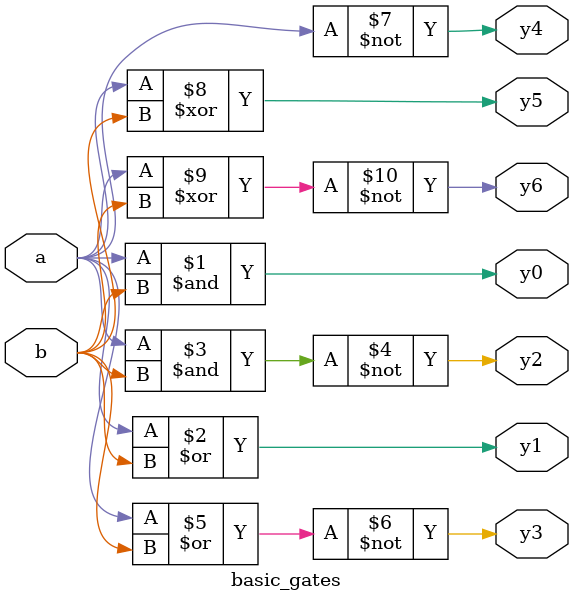
<source format=v>
`timescale 1ns / 1ps


module basic_gates(
output y0,
output y1,
output y2,
output y3,
output y4,
output y5,
output y6,
input a,
input b
     );
    assign y0 = a&b;
    assign y1 = a|b;
    assign y2 = ~(a&b);
    assign y3 = ~(a|b);
    assign y4 = ~a;
    assign y5 = a^b;
    assign y6 = ~(a^b);

endmodule

</source>
